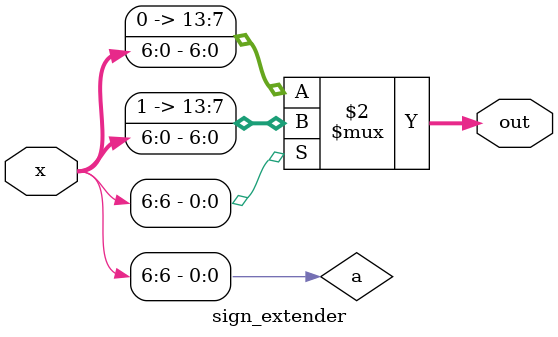
<source format=v>
module sign_extender(input [6:0] x, output [13:0] out);
  wire a = x[6];
  assign out = a == 1'b1 ? {7'b1111111, x} : {7'b0, x};
endmodule
</source>
